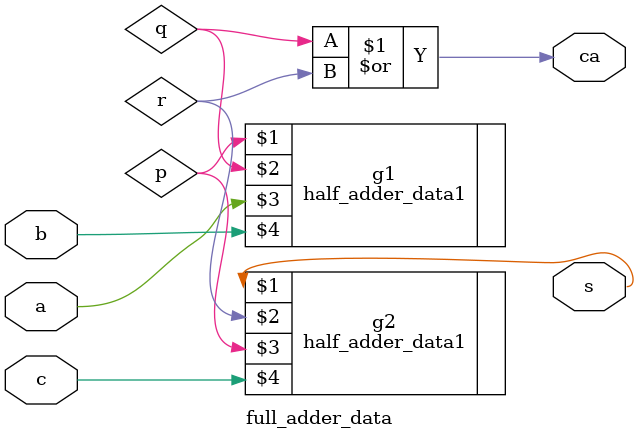
<source format=v>
module full_adder_data(output s,ca,input a,b,c);
wire p,q,r;
half_adder_data1 g1(p,q,a,b);
half_adder_data1 g2(s,r,p,c);
assign ca=q|r;
endmodule

</source>
